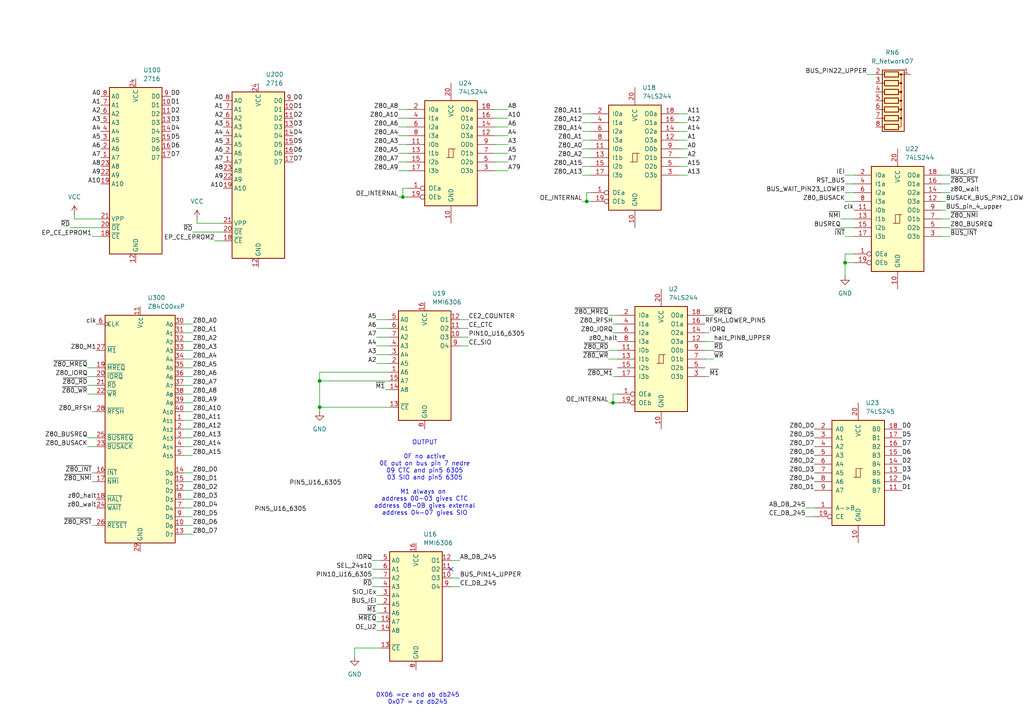
<source format=kicad_sch>
(kicad_sch
	(version 20250114)
	(generator "eeschema")
	(generator_version "9.0")
	(uuid "65785a6c-7e93-4c63-aaec-5466bd4c0ac2")
	(paper "A4")
	
	(text "stiftlist\n"
		(exclude_from_sim no)
		(at 439.928 161.544 0)
		(effects
			(font
				(size 1.27 1.27)
			)
		)
		(uuid "189d2fd4-1539-49e9-9e5f-c8c0eb1ddeb5")
	)
	(text "OUTPUT Memory decoding\n0x03 EPROM2\n0x05 MEMORY\n0x06 EPROM1\n\nOnly address 0x1x in use 0x92 blocks the second part of the 2k block for memory\n0x40-0x7f and 0xc0-0xff can not happen due to a6 low\n2kb blocks\n\nbus pin4 disable eprom and ram\n0x0000-0x07ff eprom1\n0x0800-0x0fff eprom2\n0x1000-0x17ff memory 1kb\n"
		(exclude_from_sim no)
		(at 120.904 278.638 0)
		(effects
			(font
				(size 1.27 1.27)
			)
		)
		(uuid "2b394661-717f-4389-9cc3-168060263ed0")
	)
	(text "OUTPUT\n\n0F no active\n0E out on bus pin 7 nedre\n09 CTC and pin5 6305\n03 SIO and pin5 6305\n\nM1 always on \naddress 00-03 gives CTC\naddress 08-0B gives external\naddress 04-07 gives SIO\n\n\n"
		(exclude_from_sim no)
		(at 123.19 140.716 0)
		(effects
			(font
				(size 1.27 1.27)
			)
		)
		(uuid "4400448f-1bba-49e1-a2de-0d4c29e2ff2c")
	)
	(text "0X06 =ce and ab db245\n0x07 = ce db245"
		(exclude_from_sim no)
		(at 121.158 202.692 0)
		(effects
			(font
				(size 1.27 1.27)
			)
		)
		(uuid "78b617f5-bed6-4d08-bda0-a7e7f296c7c7")
	)
	(junction
		(at 500.38 143.51)
		(diameter 0)
		(color 0 0 0 0)
		(uuid "148062f7-930b-409f-ac20-18e48b370389")
	)
	(junction
		(at 245.11 76.2)
		(diameter 0)
		(color 0 0 0 0)
		(uuid "165b3535-5917-4d34-8f6e-69e2cdaf2db3")
	)
	(junction
		(at 116.84 57.15)
		(diameter 0)
		(color 0 0 0 0)
		(uuid "1ad7d7ee-b1cc-4461-a6f5-60541ccb13d8")
	)
	(junction
		(at 177.8 116.84)
		(diameter 0)
		(color 0 0 0 0)
		(uuid "2ce7ff3b-3cf2-411e-bc69-d45138130b1f")
	)
	(junction
		(at -67.31 314.96)
		(diameter 0)
		(color 0 0 0 0)
		(uuid "31200b38-3823-44dd-8362-19ca5db64c04")
	)
	(junction
		(at 170.18 58.42)
		(diameter 0)
		(color 0 0 0 0)
		(uuid "39bc25a8-3cde-4098-8964-2fa06eab63a2")
	)
	(junction
		(at -67.31 327.66)
		(diameter 0)
		(color 0 0 0 0)
		(uuid "45a5f5d7-298b-4309-8c0c-92326e0e8cf1")
	)
	(junction
		(at 464.82 148.59)
		(diameter 0)
		(color 0 0 0 0)
		(uuid "5ab71285-3fb7-403e-a9a8-7c478fba1e71")
	)
	(junction
		(at 7.62 314.96)
		(diameter 0)
		(color 0 0 0 0)
		(uuid "62ef08aa-e219-4346-a458-fc89334d42bd")
	)
	(junction
		(at 92.71 118.11)
		(diameter 0)
		(color 0 0 0 0)
		(uuid "6a70d080-ed93-4259-9001-2eb2c15feb9e")
	)
	(junction
		(at -67.31 320.04)
		(diameter 0)
		(color 0 0 0 0)
		(uuid "820e42d3-5a75-4fed-a727-58cf459a1771")
	)
	(junction
		(at -59.69 353.06)
		(diameter 0)
		(color 0 0 0 0)
		(uuid "8c44be0c-4089-45fe-bbb0-dbc0fef371eb")
	)
	(junction
		(at 203.2 233.68)
		(diameter 0)
		(color 0 0 0 0)
		(uuid "8ec4432c-8c0d-430a-a0ec-185a30e132e8")
	)
	(junction
		(at -67.31 312.42)
		(diameter 0)
		(color 0 0 0 0)
		(uuid "b53de769-7b08-4e98-af45-92ee30a2b04a")
	)
	(junction
		(at -53.34 381)
		(diameter 0)
		(color 0 0 0 0)
		(uuid "b6e80337-3691-41f5-b2ca-933cfe882f2d")
	)
	(junction
		(at 567.69 97.79)
		(diameter 0)
		(color 0 0 0 0)
		(uuid "b9c9dd8e-9848-40fd-b385-1ff1757ed8dd")
	)
	(junction
		(at 92.71 110.49)
		(diameter 0)
		(color 0 0 0 0)
		(uuid "c01c61da-181c-4a27-93c9-a45e312b032b")
	)
	(junction
		(at -67.31 330.2)
		(diameter 0)
		(color 0 0 0 0)
		(uuid "db2b8f71-2f1a-42f9-aafb-5367077c4fcf")
	)
	(no_connect
		(at 130.81 165.1)
		(uuid "40570847-42a2-44fd-bb32-72304fd1a039")
	)
	(no_connect
		(at 445.77 158.75)
		(uuid "8ff5a17a-2da6-4388-ae9c-2f781a1bbf67")
	)
	(wire
		(pts
			(xy 53.34 111.76) (xy 55.88 111.76)
		)
		(stroke
			(width 0)
			(type default)
		)
		(uuid "0091b0e5-7a1f-4b87-989d-c2b4824c7d72")
	)
	(wire
		(pts
			(xy 53.34 147.32) (xy 55.88 147.32)
		)
		(stroke
			(width 0)
			(type default)
		)
		(uuid "013f3488-c06d-4c5c-9e20-208f097e30de")
	)
	(wire
		(pts
			(xy 233.68 147.32) (xy 236.22 147.32)
		)
		(stroke
			(width 0)
			(type default)
		)
		(uuid "02a0af41-767f-4c7a-82ca-a8023062b367")
	)
	(wire
		(pts
			(xy -59.69 353.06) (xy -49.53 353.06)
		)
		(stroke
			(width 0)
			(type default)
		)
		(uuid "02b4e4f7-d8f3-4230-a8be-3f93d41d8641")
	)
	(wire
		(pts
			(xy 53.34 104.14) (xy 55.88 104.14)
		)
		(stroke
			(width 0)
			(type default)
		)
		(uuid "02b8799b-5753-42d7-86f5-76a0debc6553")
	)
	(wire
		(pts
			(xy 115.57 31.75) (xy 118.11 31.75)
		)
		(stroke
			(width 0)
			(type default)
		)
		(uuid "04279a38-1cda-4abf-b568-d67c18b8994d")
	)
	(wire
		(pts
			(xy 53.34 139.7) (xy 55.88 139.7)
		)
		(stroke
			(width 0)
			(type default)
		)
		(uuid "06326ce5-4d6c-4bc2-b01d-4b331569b9ec")
	)
	(wire
		(pts
			(xy -34.29 353.06) (xy 8.89 353.06)
		)
		(stroke
			(width 0)
			(type default)
		)
		(uuid "068679d8-eadd-4702-98b2-588105feddc2")
	)
	(wire
		(pts
			(xy -92.71 341.63) (xy -92.71 325.12)
		)
		(stroke
			(width 0)
			(type default)
		)
		(uuid "06c6d6f1-3848-45e3-a6a4-d2473322e669")
	)
	(wire
		(pts
			(xy 107.95 252.73) (xy 109.22 252.73)
		)
		(stroke
			(width 0)
			(type default)
		)
		(uuid "071cfe14-7387-4a6f-ab9b-28e92dda2842")
	)
	(wire
		(pts
			(xy 53.34 149.86) (xy 55.88 149.86)
		)
		(stroke
			(width 0)
			(type default)
		)
		(uuid "0812dd2c-c80a-4c5f-bac4-05a375a8b4cd")
	)
	(wire
		(pts
			(xy 25.4 129.54) (xy 27.94 129.54)
		)
		(stroke
			(width 0)
			(type default)
		)
		(uuid "08997ab9-03c0-467b-98b0-fe72ce849c9b")
	)
	(wire
		(pts
			(xy 381 140.97) (xy 382.27 140.97)
		)
		(stroke
			(width 0)
			(type default)
		)
		(uuid "08ebdd1d-2a78-4278-8cca-8b6a58dbf71e")
	)
	(wire
		(pts
			(xy 312.42 57.15) (xy 314.96 57.15)
		)
		(stroke
			(width 0)
			(type default)
		)
		(uuid "09590e0a-7e88-410a-a161-08e17275ed1b")
	)
	(wire
		(pts
			(xy 109.22 182.88) (xy 110.49 182.88)
		)
		(stroke
			(width 0)
			(type default)
		)
		(uuid "09adb056-4977-42ab-847b-8bc310d9baf4")
	)
	(wire
		(pts
			(xy 130.81 170.18) (xy 133.35 170.18)
		)
		(stroke
			(width 0)
			(type default)
		)
		(uuid "0a22143f-68f8-4a7f-a1e0-ddacb74be726")
	)
	(wire
		(pts
			(xy 476.25 157.48) (xy 480.06 157.48)
		)
		(stroke
			(width 0)
			(type default)
		)
		(uuid "0b2a8a77-b10f-44e0-bb14-1dcb8b908373")
	)
	(wire
		(pts
			(xy 168.91 40.64) (xy 171.45 40.64)
		)
		(stroke
			(width 0)
			(type default)
		)
		(uuid "116a7fa2-daa1-4cd1-a417-a503dea3c393")
	)
	(wire
		(pts
			(xy 381 143.51) (xy 382.27 143.51)
		)
		(stroke
			(width 0)
			(type default)
		)
		(uuid "136ad36e-4b00-4205-bf9d-17e9ea5bbfa2")
	)
	(wire
		(pts
			(xy 147.32 44.45) (xy 143.51 44.45)
		)
		(stroke
			(width 0)
			(type default)
		)
		(uuid "13ec048d-6047-4b00-9406-0974f1bbee79")
	)
	(wire
		(pts
			(xy 53.34 152.4) (xy 55.88 152.4)
		)
		(stroke
			(width 0)
			(type default)
		)
		(uuid "1487337d-2c7e-4f48-922e-3a0e9e5971f2")
	)
	(wire
		(pts
			(xy 281.94 397.51) (xy 284.48 397.51)
		)
		(stroke
			(width 0)
			(type default)
		)
		(uuid "14f6a462-647c-483f-9efc-2a866c80ef6f")
	)
	(wire
		(pts
			(xy 12.7 322.58) (xy 12.7 323.85)
		)
		(stroke
			(width 0)
			(type default)
		)
		(uuid "17c04789-7d45-45ac-85ee-51cbbb32ec16")
	)
	(wire
		(pts
			(xy 347.98 163.83) (xy 350.52 163.83)
		)
		(stroke
			(width 0)
			(type default)
		)
		(uuid "19a060a3-b3b1-4930-949d-7ccf65dfd6f7")
	)
	(wire
		(pts
			(xy 349.25 156.21) (xy 350.52 156.21)
		)
		(stroke
			(width 0)
			(type default)
		)
		(uuid "19f9ea81-eca2-418a-a118-9c8e31944990")
	)
	(wire
		(pts
			(xy -63.5 353.06) (xy -59.69 353.06)
		)
		(stroke
			(width 0)
			(type default)
		)
		(uuid "1cd8fcbb-9324-471c-b8f2-12669b9800a6")
	)
	(wire
		(pts
			(xy -67.31 330.2) (xy -53.34 330.2)
		)
		(stroke
			(width 0)
			(type default)
		)
		(uuid "1d190a56-8482-4886-a43b-92fd32f897a6")
	)
	(wire
		(pts
			(xy 471.17 152.4) (xy 476.25 152.4)
		)
		(stroke
			(width 0)
			(type default)
		)
		(uuid "1d98b7d1-b7f0-429c-a9fd-22085198ebb2")
	)
	(wire
		(pts
			(xy 133.35 92.71) (xy 135.89 92.71)
		)
		(stroke
			(width 0)
			(type default)
		)
		(uuid "1dfd9ac6-5049-4afa-96ea-4be15c03852e")
	)
	(wire
		(pts
			(xy 179.07 114.3) (xy 177.8 114.3)
		)
		(stroke
			(width 0)
			(type default)
		)
		(uuid "1e00ba0d-4e22-4659-8f6c-2c50b1c887d9")
	)
	(wire
		(pts
			(xy 133.35 97.79) (xy 135.89 97.79)
		)
		(stroke
			(width 0)
			(type default)
		)
		(uuid "1e302342-ffed-438f-be49-f45024e73960")
	)
	(wire
		(pts
			(xy 53.34 116.84) (xy 55.88 116.84)
		)
		(stroke
			(width 0)
			(type default)
		)
		(uuid "1f444eb1-ff46-4294-8ac5-0f1c9145a53b")
	)
	(wire
		(pts
			(xy 53.34 144.78) (xy 55.88 144.78)
		)
		(stroke
			(width 0)
			(type default)
		)
		(uuid "20c4d275-4faa-40ff-81df-5d1043469915")
	)
	(wire
		(pts
			(xy 245.11 68.58) (xy 247.65 68.58)
		)
		(stroke
			(width 0)
			(type default)
		)
		(uuid "21947195-09a2-4389-9800-5d1119aa65da")
	)
	(wire
		(pts
			(xy 129.54 237.49) (xy 132.08 237.49)
		)
		(stroke
			(width 0)
			(type default)
		)
		(uuid "21e84326-c32c-4835-a59b-41e7c08926d9")
	)
	(wire
		(pts
			(xy 109.22 172.72) (xy 110.49 172.72)
		)
		(stroke
			(width 0)
			(type default)
		)
		(uuid "225a8522-ce04-4d16-b857-b66582a7ac4f")
	)
	(wire
		(pts
			(xy 314.96 171.45) (xy 318.77 171.45)
		)
		(stroke
			(width 0)
			(type default)
		)
		(uuid "22d9af03-d57b-446b-94dd-e851b3132587")
	)
	(wire
		(pts
			(xy 81.28 325.12) (xy 83.82 325.12)
		)
		(stroke
			(width 0)
			(type default)
		)
		(uuid "23220c33-f3d1-450e-befe-ddef3e704f7c")
	)
	(wire
		(pts
			(xy 53.34 124.46) (xy 55.88 124.46)
		)
		(stroke
			(width 0)
			(type default)
		)
		(uuid "244bc789-cc33-4dc1-a3cd-e7
... [257508 chars truncated]
</source>
